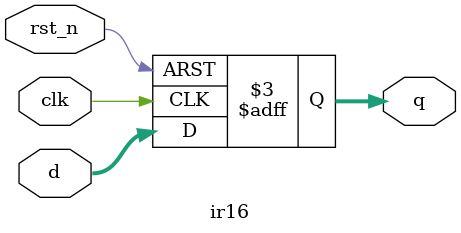
<source format=v>
module ir16(
    input  wire        clk,
    input  wire        rst_n,
    input  wire [15:0] d,
    output reg  [15:0] q
);
    // Latch on negedge so the fetched instruction is stable during the next posedge (execute phase).
    always @(negedge clk or negedge rst_n) begin
        if(!rst_n) begin
            q <= 16'd0;
        end else begin
            q <= d;
        end
    end
endmodule

</source>
